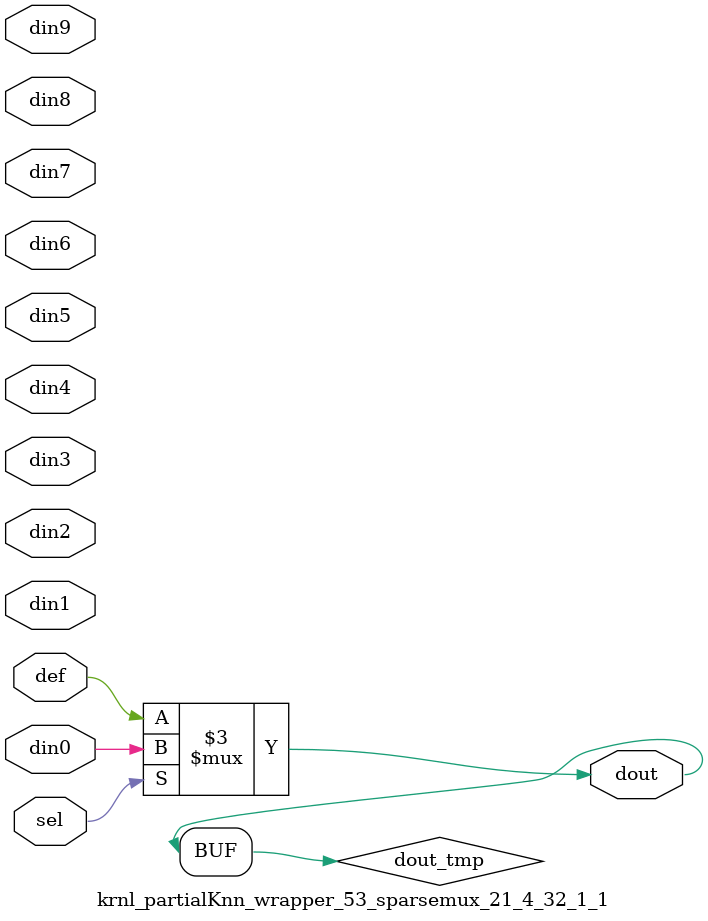
<source format=v>
`timescale 1ns / 1ps

module krnl_partialKnn_wrapper_53_sparsemux_21_4_32_1_1 (din0,din1,din2,din3,din4,din5,din6,din7,din8,din9,def,sel,dout);

parameter din0_WIDTH = 1;

parameter din1_WIDTH = 1;

parameter din2_WIDTH = 1;

parameter din3_WIDTH = 1;

parameter din4_WIDTH = 1;

parameter din5_WIDTH = 1;

parameter din6_WIDTH = 1;

parameter din7_WIDTH = 1;

parameter din8_WIDTH = 1;

parameter din9_WIDTH = 1;

parameter def_WIDTH = 1;
parameter sel_WIDTH = 1;
parameter dout_WIDTH = 1;

parameter [sel_WIDTH-1:0] CASE0 = 1;

parameter [sel_WIDTH-1:0] CASE1 = 1;

parameter [sel_WIDTH-1:0] CASE2 = 1;

parameter [sel_WIDTH-1:0] CASE3 = 1;

parameter [sel_WIDTH-1:0] CASE4 = 1;

parameter [sel_WIDTH-1:0] CASE5 = 1;

parameter [sel_WIDTH-1:0] CASE6 = 1;

parameter [sel_WIDTH-1:0] CASE7 = 1;

parameter [sel_WIDTH-1:0] CASE8 = 1;

parameter [sel_WIDTH-1:0] CASE9 = 1;

parameter ID = 1;
parameter NUM_STAGE = 1;



input [din0_WIDTH-1:0] din0;

input [din1_WIDTH-1:0] din1;

input [din2_WIDTH-1:0] din2;

input [din3_WIDTH-1:0] din3;

input [din4_WIDTH-1:0] din4;

input [din5_WIDTH-1:0] din5;

input [din6_WIDTH-1:0] din6;

input [din7_WIDTH-1:0] din7;

input [din8_WIDTH-1:0] din8;

input [din9_WIDTH-1:0] din9;

input [def_WIDTH-1:0] def;
input [sel_WIDTH-1:0] sel;

output [dout_WIDTH-1:0] dout;



reg [dout_WIDTH-1:0] dout_tmp;

always @ (*) begin
case (sel)
    
    CASE0 : dout_tmp = din0;
    
    CASE1 : dout_tmp = din1;
    
    CASE2 : dout_tmp = din2;
    
    CASE3 : dout_tmp = din3;
    
    CASE4 : dout_tmp = din4;
    
    CASE5 : dout_tmp = din5;
    
    CASE6 : dout_tmp = din6;
    
    CASE7 : dout_tmp = din7;
    
    CASE8 : dout_tmp = din8;
    
    CASE9 : dout_tmp = din9;
    
    default : dout_tmp = def;
endcase
end


assign dout = dout_tmp;



endmodule

</source>
